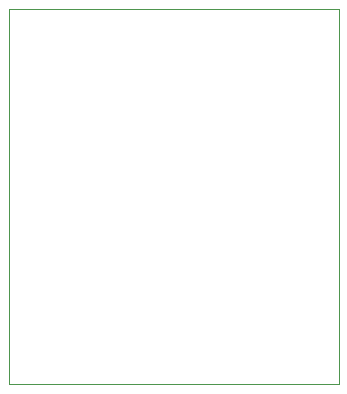
<source format=gbr>
G04 #@! TF.GenerationSoftware,KiCad,Pcbnew,(5.1.5)-3*
G04 #@! TF.CreationDate,2020-05-05T15:59:45-04:00*
G04 #@! TF.ProjectId,FullRangeSpeakerDriver,46756c6c-5261-46e6-9765-537065616b65,rev?*
G04 #@! TF.SameCoordinates,Original*
G04 #@! TF.FileFunction,Profile,NP*
%FSLAX46Y46*%
G04 Gerber Fmt 4.6, Leading zero omitted, Abs format (unit mm)*
G04 Created by KiCad (PCBNEW (5.1.5)-3) date 2020-05-05 15:59:45*
%MOMM*%
%LPD*%
G04 APERTURE LIST*
%ADD10C,0.050000*%
G04 APERTURE END LIST*
D10*
X184150000Y-87630000D02*
X212090000Y-87630000D01*
X184150000Y-55880000D02*
X184150000Y-87630000D01*
X212090000Y-55880000D02*
X184150000Y-55880000D01*
X212090000Y-87630000D02*
X212090000Y-55880000D01*
M02*

</source>
